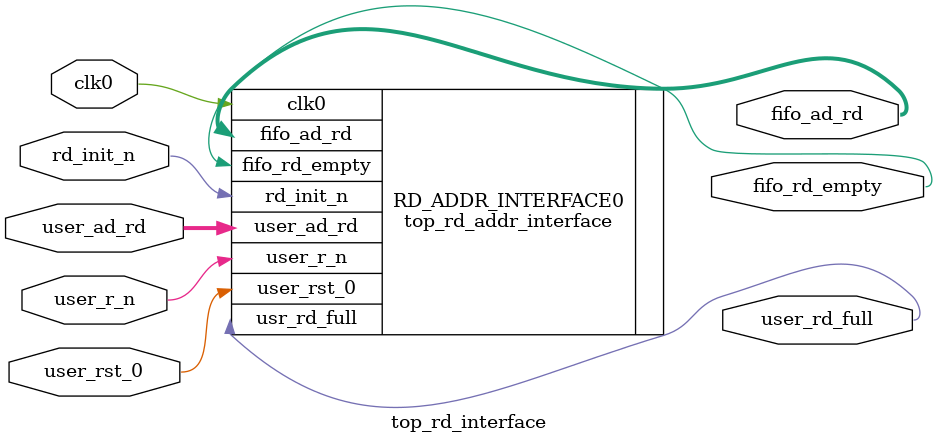
<source format=v>


`timescale 1ns/1ps

module top_rd_interface #
  (
   // Following parameters are for 72-bit design (for ML561 Reference board
   // design). Actual values may be different. Actual parameters values are
   // passed from design top module qdrii_sram module. Please refer to the
   // qdrii_sram module for actual values.
   parameter ADDR_WIDTH = 19
   )
  (
   input                   clk0,
   input                   user_rst_0,
   input                   user_r_n,
   input [ADDR_WIDTH-1:0]  user_ad_rd,
   input                   rd_init_n,
   output                  user_rd_full,
   output [ADDR_WIDTH-1:0] fifo_ad_rd,
   output                  fifo_rd_empty
     );

   top_rd_addr_interface #
      (
       .ADDR_WIDTH (ADDR_WIDTH)
       )
      RD_ADDR_INTERFACE0
        (
         .clk0          ( clk0 ),
         .user_rst_0    ( user_rst_0 ),
         .user_r_n      ( user_r_n ),
         .user_ad_rd    ( user_ad_rd ),
         .rd_init_n     ( rd_init_n ),
         .usr_rd_full   ( user_rd_full ),
         .fifo_ad_rd    ( fifo_ad_rd ),
         .fifo_rd_empty ( fifo_rd_empty )
         );

endmodule
</source>
